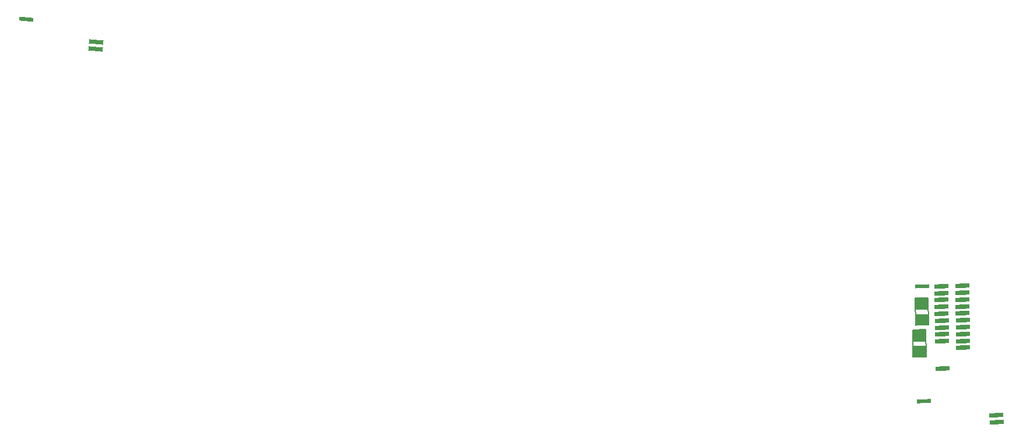
<source format=gbr>
*
G4_C Author: OrCAD GerbTool(tm) 8.1.1 Thu Jun 19 01:00:05 2003*
%LPD*%
%LNsilkbot*%
%FSLAX34Y34*%
%MOIN*%
%AD*%
%AMD25R98*
20,1,0.025000,0.000000,-0.035000,0.000000,0.035000,98.600000*
%
%AMD10R98*
20,1,0.050000,-0.025000,0.000000,0.025000,0.000000,98.600000*
%
%AMD25R98N2*
20,1,0.025000,0.000000,-0.035000,0.000000,0.035000,98.600000*
%
%AMD10R98N2*
20,1,0.050000,-0.025000,0.000000,0.025000,0.000000,98.600000*
%
%AMD25R86*
20,1,0.025000,0.000000,-0.035000,0.000000,0.035000,86.080000*
%
%AMD10R86*
20,1,0.050000,-0.025000,0.000000,0.025000,0.000000,86.080000*
%
%AMD16R5*
20,1,0.025000,-0.035000,0.000000,0.035000,0.000000,5.450000*
%
%AMD10R5*
20,1,0.050000,-0.025000,0.000000,0.025000,0.000000,5.450000*
%
%AMD16R5N2*
20,1,0.025000,-0.035000,0.000000,0.035000,0.000000,5.450000*
%
%AMD10R5N2*
20,1,0.050000,-0.025000,0.000000,0.025000,0.000000,5.450000*
%
%AMD32R3*
20,1,0.025000,0.034920,-0.002390,-0.034920,0.002390,3.950000*
%
%AMD33R3*
20,1,0.050000,-0.001710,-0.024940,0.001710,0.024940,3.950000*
%
%AMD32R3N2*
20,1,0.025000,0.034920,-0.002390,-0.034920,0.002390,3.910000*
%
%AMD33R3N2*
20,1,0.050000,-0.001710,-0.024940,0.001710,0.024940,3.910000*
%
%AMD32R3N3*
20,1,0.025000,0.034920,-0.002390,-0.034920,0.002390,3.920000*
%
%AMD33R3N3*
20,1,0.050000,-0.001710,-0.024940,0.001710,0.024940,3.920000*
%
%AMD29R85*
20,1,0.022000,0.000000,-0.040000,0.000000,0.040000,85.000000*
%
%AMD29R92*
20,1,0.022000,0.000000,-0.040000,0.000000,0.040000,92.400000*
%
%AMD30R91*
20,1,0.024000,0.000000,-0.041000,0.000000,0.041000,91.300000*
%
%AMD26R91*
20,1,0.027000,0.000000,-0.036000,0.000000,0.036000,91.300000*
%
%AMD29R91*
20,1,0.022000,0.000000,-0.040000,0.000000,0.040000,91.300000*
%
%AMD29R85N2*
20,1,0.022000,0.000000,-0.040000,0.000000,0.040000,85.000000*
%
%AMD30R85*
20,1,0.024000,0.000000,-0.041000,0.000000,0.041000,85.000000*
%
%AMD30R91N2*
20,1,0.024000,0.000000,-0.041000,0.000000,0.041000,91.000000*
%
%AMD26R91N2*
20,1,0.027000,0.000000,-0.036000,0.000000,0.036000,91.000000*
%
%AMD29R91N2*
20,1,0.022000,0.000000,-0.040000,0.000000,0.040000,91.000000*
%
%AMD29R92N2*
20,1,0.022000,0.000000,-0.040000,0.000000,0.040000,92.000000*
%
%AMD30R92*
20,1,0.024000,0.000000,-0.041000,0.000000,0.041000,92.000000*
%
%ADD10R,0.050000X0.050000*%
%ADD11C,0.006000*%
%ADD12C,0.019000*%
%ADD13C,0.007900*%
%ADD14C,0.005000*%
%ADD15C,0.000800*%
%ADD16R,0.070000X0.025000*%
%ADD17R,0.068000X0.023000*%
%ADD18C,0.006000*%
%ADD19C,0.009800*%
%ADD20C,0.010000*%
%ADD21C,0.030000*%
%ADD22C,0.060000*%
%ADD23C,0.035000*%
%ADD24C,0.055000*%
%ADD25R,0.025000X0.070000*%
%ADD26R,0.027000X0.072000*%
%ADD27R,0.029000X0.058000*%
%ADD28R,0.031000X0.060000*%
%ADD29R,0.022000X0.080000*%
%ADD30R,0.024000X0.082000*%
%ADD31D10R98N2*%
%ADD32D25R86*%
%ADD33D10R86*%
%ADD34D16R5*%
%ADD35D10R5*%
%ADD36D16R5N2*%
%ADD37D10R5N2*%
%ADD38D25R98N2*%
%ADD39D10R98N2*%
%ADD40D25R86*%
%ADD41D10R86*%
%ADD42D16R5*%
%ADD43D10R5*%
%ADD44D16R5N2*%
%ADD45D10R5N2*%
%ADD46D32R3*%
%ADD47D33R3*%
%ADD48R,0.070000X0.025000*%
%ADD49D33R3N2*%
%ADD50C,0.011000*%
%ADD51C,0.036000*%
%ADD52C,0.015000*%
%ADD53R,0.070000X0.025000*%
%ADD54R,0.050000X0.050000*%
%ADD55D29R85*%
%ADD56D29R92*%
%ADD57D30R91*%
%ADD58D26R91*%
%ADD59D29R91*%
%ADD60D29R85N2*%
%ADD61D30R85*%
%ADD62D30R91N2*%
%ADD63D26R91N2*%
%ADD64D29R91N2*%
%ADD65D29R92N2*%
%ADD66D30R92*%
G4_C OrCAD GerbTool Tool List *
G4_D50 1 0.0110 T 0 0*
G4_D51 3 0.0360 T 0 0*
G4_D52 2 0.0150 T 0 0*
G54D60*
G1X39963Y39487D3*
G54D61*
G1X43966Y38182D3*
G1X43935Y37789D3*
G54D62*
G1X92359Y19496D3*
G1X92332Y21071D3*
G1X92324Y21464D3*
G1X92318Y21858D3*
G1X92312Y22252D3*
G1X92305Y22646D3*
G1X92291Y23432D3*
G1X92298Y23039D3*
G1X92284Y23826D3*
G1X92277Y24219D3*
G1X93477Y24241D3*
G1X93484Y23847D3*
G1X93491Y23454D3*
G1X93498Y23060D3*
G1X93505Y22667D3*
G1X93511Y22273D3*
G1X93518Y21879D3*
G1X93524Y21485D3*
G1X93532Y21092D3*
G1X93539Y20698D3*
G54D63*
G1X91044Y20286D3*
G1X91039Y20484D3*
G1X91037Y20668D3*
G1X91029Y21187D3*
G1X91027Y21386D3*
G1X91022Y21568D3*
G1X91384Y21731D2*
G54D18*
G1X91411Y20186D1*
G1X91384Y21732D2*
G1X90647Y21719D1*
G1X90647Y21720D2*
G1X90674Y20173D1*
G54D63*
G1X91201Y22096D3*
G1X91197Y22294D3*
G1X91195Y22478D3*
G1X91186Y22997D3*
G1X91184Y23196D3*
G1X91180Y23378D3*
G1X91541Y23541D2*
G54D18*
G1X91568Y21996D1*
G1X91541Y23542D2*
G1X90804Y23529D1*
G1X90804Y23530D2*
G1X90831Y21983D1*
G54D64*
G1X91198Y24201D3*
G54D65*
G1X91309Y17646D3*
G54D66*
G1X95441Y16838D3*
G1X95459Y16444D3*
M2*

</source>
